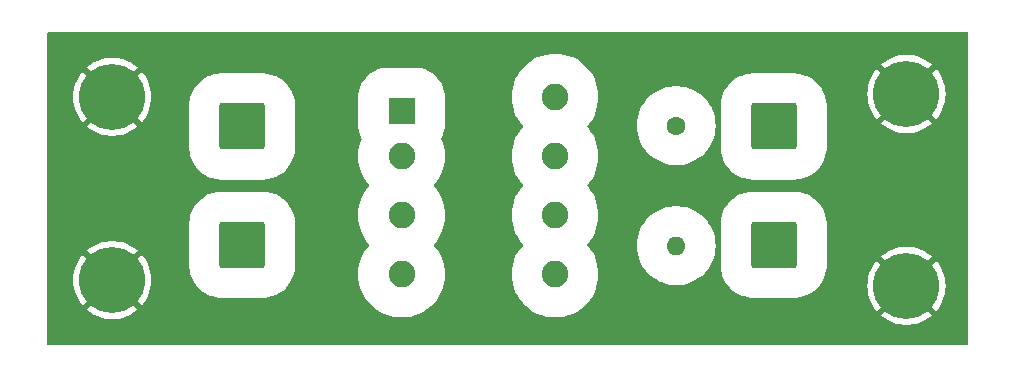
<source format=gbr>
%TF.GenerationSoftware,KiCad,Pcbnew,8.0.6*%
%TF.CreationDate,2025-02-04T11:33:45-08:00*%
%TF.ProjectId,Current_Transformer_test_Board,43757272-656e-4745-9f54-72616e73666f,rev?*%
%TF.SameCoordinates,Original*%
%TF.FileFunction,Copper,L1,Top*%
%TF.FilePolarity,Positive*%
%FSLAX46Y46*%
G04 Gerber Fmt 4.6, Leading zero omitted, Abs format (unit mm)*
G04 Created by KiCad (PCBNEW 8.0.6) date 2025-02-04 11:33:45*
%MOMM*%
%LPD*%
G01*
G04 APERTURE LIST*
G04 Aperture macros list*
%AMRoundRect*
0 Rectangle with rounded corners*
0 $1 Rounding radius*
0 $2 $3 $4 $5 $6 $7 $8 $9 X,Y pos of 4 corners*
0 Add a 4 corners polygon primitive as box body*
4,1,4,$2,$3,$4,$5,$6,$7,$8,$9,$2,$3,0*
0 Add four circle primitives for the rounded corners*
1,1,$1+$1,$2,$3*
1,1,$1+$1,$4,$5*
1,1,$1+$1,$6,$7*
1,1,$1+$1,$8,$9*
0 Add four rect primitives between the rounded corners*
20,1,$1+$1,$2,$3,$4,$5,0*
20,1,$1+$1,$4,$5,$6,$7,0*
20,1,$1+$1,$6,$7,$8,$9,0*
20,1,$1+$1,$8,$9,$2,$3,0*%
G04 Aperture macros list end*
%TA.AperFunction,ComponentPad*%
%ADD10RoundRect,0.250002X-1.699998X-1.699998X1.699998X-1.699998X1.699998X1.699998X-1.699998X1.699998X0*%
%TD*%
%TA.AperFunction,ComponentPad*%
%ADD11C,3.600000*%
%TD*%
%TA.AperFunction,ConnectorPad*%
%ADD12C,5.600000*%
%TD*%
%TA.AperFunction,ComponentPad*%
%ADD13R,2.250000X2.250000*%
%TD*%
%TA.AperFunction,ComponentPad*%
%ADD14C,2.250000*%
%TD*%
%TA.AperFunction,ComponentPad*%
%ADD15C,1.600000*%
%TD*%
%TA.AperFunction,ComponentPad*%
%ADD16O,1.600000X1.600000*%
%TD*%
G04 APERTURE END LIST*
D10*
%TO.P,J2,1,Pin_1*%
%TO.N,Net-(J2-Pin_1)*%
X70000000Y-50000000D03*
%TD*%
D11*
%TO.P,H1,1,1*%
%TO.N,GND*%
X59000000Y-37500000D03*
D12*
X59000000Y-37500000D03*
%TD*%
D11*
%TO.P,H2,1,1*%
%TO.N,GND*%
X126250000Y-37250000D03*
D12*
X126250000Y-37250000D03*
%TD*%
D11*
%TO.P,H4,1,1*%
%TO.N,GND*%
X126250000Y-53500000D03*
D12*
X126250000Y-53500000D03*
%TD*%
D10*
%TO.P,J3,1,Pin_1*%
%TO.N,Net-(J3-Pin_1)*%
X115000000Y-40000000D03*
%TD*%
%TO.P,J1,1,Pin_1*%
%TO.N,Net-(J1-Pin_1)*%
X70000000Y-40000000D03*
%TD*%
D13*
%TO.P,T1,1*%
%TO.N,N/C*%
X83500000Y-38690000D03*
D14*
%TO.P,T1,2*%
%TO.N,Net-(J1-Pin_1)*%
X83500000Y-42500000D03*
%TO.P,T1,3*%
%TO.N,Net-(J2-Pin_1)*%
X83500000Y-47500000D03*
%TO.P,T1,4*%
%TO.N,N/C*%
X83500000Y-52500000D03*
%TO.P,T1,5*%
%TO.N,Net-(J4-Pin_1)*%
X96500000Y-52500000D03*
%TO.P,T1,6*%
%TO.N,N/C*%
X96500000Y-47500000D03*
%TO.P,T1,7*%
X96500000Y-42500000D03*
%TO.P,T1,8*%
%TO.N,Net-(J3-Pin_1)*%
X96500000Y-37500000D03*
%TD*%
D11*
%TO.P,H3,1,1*%
%TO.N,GND*%
X59000000Y-53000000D03*
D12*
X59000000Y-53000000D03*
%TD*%
D15*
%TO.P,R1,1*%
%TO.N,Net-(J3-Pin_1)*%
X106750000Y-39920000D03*
D16*
%TO.P,R1,2*%
%TO.N,Net-(J4-Pin_1)*%
X106750000Y-50080000D03*
%TD*%
D10*
%TO.P,J4,1,Pin_1*%
%TO.N,Net-(J4-Pin_1)*%
X115000000Y-50000000D03*
%TD*%
%TA.AperFunction,Conductor*%
%TO.N,GND*%
G36*
X131442539Y-32020185D02*
G01*
X131488294Y-32072989D01*
X131499500Y-32124500D01*
X131499500Y-58375500D01*
X131479815Y-58442539D01*
X131427011Y-58488294D01*
X131375500Y-58499500D01*
X53624500Y-58499500D01*
X53557461Y-58479815D01*
X53511706Y-58427011D01*
X53500500Y-58375500D01*
X53500500Y-52999997D01*
X55695153Y-52999997D01*
X55695153Y-53000002D01*
X55714526Y-53357314D01*
X55714527Y-53357331D01*
X55772415Y-53710431D01*
X55772421Y-53710457D01*
X55868147Y-54055232D01*
X55868149Y-54055239D01*
X56000597Y-54387659D01*
X56000606Y-54387677D01*
X56168218Y-54703827D01*
X56369024Y-54999994D01*
X56369035Y-55000008D01*
X56496441Y-55150002D01*
X56496442Y-55150002D01*
X57705747Y-53940697D01*
X57779588Y-54042330D01*
X57957670Y-54220412D01*
X58059300Y-54294251D01*
X56847257Y-55506294D01*
X56860495Y-55518836D01*
X57145367Y-55735388D01*
X57145370Y-55735390D01*
X57451990Y-55919876D01*
X57776739Y-56070122D01*
X57776744Y-56070123D01*
X58115855Y-56184383D01*
X58465339Y-56261311D01*
X58821075Y-56299999D01*
X58821085Y-56300000D01*
X59178915Y-56300000D01*
X59178924Y-56299999D01*
X59534660Y-56261311D01*
X59884144Y-56184383D01*
X60223255Y-56070123D01*
X60223260Y-56070122D01*
X60548009Y-55919876D01*
X60854629Y-55735390D01*
X60854632Y-55735388D01*
X61139509Y-55518831D01*
X61152742Y-55506295D01*
X61152742Y-55506294D01*
X59940699Y-54294251D01*
X60042330Y-54220412D01*
X60220412Y-54042330D01*
X60294251Y-53940698D01*
X61503556Y-55150002D01*
X61630972Y-54999998D01*
X61630975Y-54999994D01*
X61831781Y-54703827D01*
X61999393Y-54387677D01*
X61999402Y-54387659D01*
X62131850Y-54055239D01*
X62131852Y-54055232D01*
X62227578Y-53710457D01*
X62227584Y-53710431D01*
X62285472Y-53357331D01*
X62285473Y-53357314D01*
X62304847Y-53000002D01*
X62304847Y-52999997D01*
X62285473Y-52642685D01*
X62285472Y-52642668D01*
X62227584Y-52289568D01*
X62227578Y-52289542D01*
X62131852Y-51944767D01*
X62131850Y-51944760D01*
X61999402Y-51612340D01*
X61999393Y-51612322D01*
X61831781Y-51296172D01*
X61630975Y-51000005D01*
X61630964Y-50999991D01*
X61503556Y-50849996D01*
X60294251Y-52059301D01*
X60220412Y-51957670D01*
X60042330Y-51779588D01*
X59940698Y-51705748D01*
X61152742Y-50493704D01*
X61139504Y-50481163D01*
X60854632Y-50264611D01*
X60854629Y-50264609D01*
X60548009Y-50080123D01*
X60223260Y-49929877D01*
X60223255Y-49929876D01*
X59884144Y-49815616D01*
X59534660Y-49738688D01*
X59178924Y-49700000D01*
X58821075Y-49700000D01*
X58465339Y-49738688D01*
X58115855Y-49815616D01*
X57776744Y-49929876D01*
X57776739Y-49929877D01*
X57451990Y-50080123D01*
X57145370Y-50264609D01*
X57145367Y-50264611D01*
X56860486Y-50481170D01*
X56860485Y-50481171D01*
X56847257Y-50493702D01*
X56847256Y-50493703D01*
X58059301Y-51705748D01*
X57957670Y-51779588D01*
X57779588Y-51957670D01*
X57705748Y-52059301D01*
X56496442Y-50849995D01*
X56496441Y-50849996D01*
X56369033Y-50999992D01*
X56168218Y-51296172D01*
X56000606Y-51612322D01*
X56000597Y-51612340D01*
X55868149Y-51944760D01*
X55868147Y-51944767D01*
X55772421Y-52289542D01*
X55772415Y-52289568D01*
X55714527Y-52642668D01*
X55714526Y-52642685D01*
X55695153Y-52999997D01*
X53500500Y-52999997D01*
X53500500Y-48131208D01*
X65509500Y-48131208D01*
X65509500Y-51868792D01*
X65550192Y-52203919D01*
X65593748Y-52380634D01*
X65630983Y-52531703D01*
X65668165Y-52629741D01*
X65750693Y-52847349D01*
X65750695Y-52847353D01*
X65750696Y-52847355D01*
X65750696Y-52847356D01*
X65907577Y-53146267D01*
X65907582Y-53146275D01*
X66099347Y-53424096D01*
X66099352Y-53424102D01*
X66323211Y-53676786D01*
X66323213Y-53676788D01*
X66575897Y-53900647D01*
X66575903Y-53900652D01*
X66709609Y-53992942D01*
X66853731Y-54092422D01*
X67152651Y-54249307D01*
X67388052Y-54338583D01*
X67468296Y-54369016D01*
X67468298Y-54369016D01*
X67468302Y-54369018D01*
X67796081Y-54449808D01*
X68076428Y-54483848D01*
X68131206Y-54490500D01*
X68131208Y-54490500D01*
X71868794Y-54490500D01*
X71919433Y-54484351D01*
X72203919Y-54449808D01*
X72531698Y-54369018D01*
X72847349Y-54249307D01*
X73146269Y-54092422D01*
X73424099Y-53900650D01*
X73676787Y-53676787D01*
X73900650Y-53424099D01*
X74092422Y-53146269D01*
X74249307Y-52847349D01*
X74369018Y-52531698D01*
X74449808Y-52203919D01*
X74490500Y-51868792D01*
X74490500Y-48131208D01*
X74449808Y-47796081D01*
X74369018Y-47468302D01*
X74249307Y-47152651D01*
X74092422Y-46853731D01*
X74011748Y-46736854D01*
X73900652Y-46575903D01*
X73900647Y-46575897D01*
X73676788Y-46323213D01*
X73676786Y-46323211D01*
X73424102Y-46099352D01*
X73424096Y-46099347D01*
X73146275Y-45907582D01*
X73146267Y-45907577D01*
X72847356Y-45750696D01*
X72847351Y-45750694D01*
X72847349Y-45750693D01*
X72759577Y-45717405D01*
X72531703Y-45630983D01*
X72453321Y-45611663D01*
X72203919Y-45550192D01*
X72002842Y-45525776D01*
X71868794Y-45509500D01*
X71868792Y-45509500D01*
X68131208Y-45509500D01*
X68131206Y-45509500D01*
X67963644Y-45529846D01*
X67796081Y-45550192D01*
X67629812Y-45591173D01*
X67468296Y-45630983D01*
X67219882Y-45725195D01*
X67152651Y-45750693D01*
X67152648Y-45750694D01*
X67152644Y-45750696D01*
X67152643Y-45750696D01*
X66853732Y-45907577D01*
X66853724Y-45907582D01*
X66575903Y-46099347D01*
X66575897Y-46099352D01*
X66323213Y-46323211D01*
X66323211Y-46323213D01*
X66099352Y-46575897D01*
X66099347Y-46575903D01*
X65907582Y-46853724D01*
X65907577Y-46853732D01*
X65750696Y-47152643D01*
X65750696Y-47152644D01*
X65630983Y-47468296D01*
X65630982Y-47468302D01*
X65550192Y-47796081D01*
X65509500Y-48131208D01*
X53500500Y-48131208D01*
X53500500Y-37499997D01*
X55695153Y-37499997D01*
X55695153Y-37500002D01*
X55714526Y-37857314D01*
X55714527Y-37857331D01*
X55772415Y-38210431D01*
X55772421Y-38210457D01*
X55868147Y-38555232D01*
X55868149Y-38555239D01*
X56000597Y-38887659D01*
X56000606Y-38887677D01*
X56168218Y-39203827D01*
X56369024Y-39499994D01*
X56369035Y-39500008D01*
X56496441Y-39650002D01*
X56496442Y-39650002D01*
X57705747Y-38440697D01*
X57779588Y-38542330D01*
X57957670Y-38720412D01*
X58059300Y-38794251D01*
X56847257Y-40006294D01*
X56860495Y-40018836D01*
X57145367Y-40235388D01*
X57145370Y-40235390D01*
X57451990Y-40419876D01*
X57776739Y-40570122D01*
X57776744Y-40570123D01*
X58115855Y-40684383D01*
X58465339Y-40761311D01*
X58821075Y-40799999D01*
X58821085Y-40800000D01*
X59178915Y-40800000D01*
X59178924Y-40799999D01*
X59534660Y-40761311D01*
X59884144Y-40684383D01*
X60223255Y-40570123D01*
X60223260Y-40570122D01*
X60548009Y-40419876D01*
X60854629Y-40235390D01*
X60854632Y-40235388D01*
X61139509Y-40018831D01*
X61152742Y-40006295D01*
X61152742Y-40006294D01*
X59940699Y-38794251D01*
X60042330Y-38720412D01*
X60220412Y-38542330D01*
X60294251Y-38440698D01*
X61503556Y-39650002D01*
X61630972Y-39499998D01*
X61630975Y-39499994D01*
X61831781Y-39203827D01*
X61999393Y-38887677D01*
X61999402Y-38887659D01*
X62131850Y-38555239D01*
X62131852Y-38555232D01*
X62227578Y-38210457D01*
X62227584Y-38210431D01*
X62240572Y-38131208D01*
X65509500Y-38131208D01*
X65509500Y-41868792D01*
X65550192Y-42203919D01*
X65611663Y-42453321D01*
X65630983Y-42531703D01*
X65690622Y-42688956D01*
X65750693Y-42847349D01*
X65750695Y-42847353D01*
X65750696Y-42847355D01*
X65750696Y-42847356D01*
X65907577Y-43146267D01*
X65907582Y-43146275D01*
X66099347Y-43424096D01*
X66099352Y-43424102D01*
X66323211Y-43676786D01*
X66323213Y-43676788D01*
X66575897Y-43900647D01*
X66575903Y-43900652D01*
X66709609Y-43992942D01*
X66853731Y-44092422D01*
X67152651Y-44249307D01*
X67398247Y-44342449D01*
X67468296Y-44369016D01*
X67468298Y-44369016D01*
X67468302Y-44369018D01*
X67796081Y-44449808D01*
X68076428Y-44483848D01*
X68131206Y-44490500D01*
X68131208Y-44490500D01*
X71868794Y-44490500D01*
X71919433Y-44484351D01*
X72203919Y-44449808D01*
X72531698Y-44369018D01*
X72847349Y-44249307D01*
X73146269Y-44092422D01*
X73424099Y-43900650D01*
X73676787Y-43676787D01*
X73900650Y-43424099D01*
X74092422Y-43146269D01*
X74249307Y-42847349D01*
X74369018Y-42531698D01*
X74376831Y-42499999D01*
X79829470Y-42499999D01*
X79829470Y-42500000D01*
X79849578Y-42883676D01*
X79909679Y-43263140D01*
X79909679Y-43263142D01*
X80009121Y-43634263D01*
X80146805Y-43992942D01*
X80321230Y-44335269D01*
X80530477Y-44657481D01*
X80744651Y-44921964D01*
X80771543Y-44986452D01*
X80759301Y-45055241D01*
X80744651Y-45078036D01*
X80530477Y-45342518D01*
X80321230Y-45664730D01*
X80146805Y-46007057D01*
X80009121Y-46365736D01*
X79909679Y-46736857D01*
X79909679Y-46736859D01*
X79849578Y-47116323D01*
X79829470Y-47499999D01*
X79829470Y-47500000D01*
X79849578Y-47883676D01*
X79909679Y-48263140D01*
X79909679Y-48263142D01*
X80009121Y-48634263D01*
X80146805Y-48992942D01*
X80321230Y-49335269D01*
X80530477Y-49657481D01*
X80744651Y-49921964D01*
X80771543Y-49986452D01*
X80759301Y-50055241D01*
X80744651Y-50078036D01*
X80530477Y-50342518D01*
X80321230Y-50664730D01*
X80146805Y-51007057D01*
X80009121Y-51365736D01*
X79909679Y-51736857D01*
X79909679Y-51736859D01*
X79849578Y-52116323D01*
X79829470Y-52499999D01*
X79829470Y-52500000D01*
X79849578Y-52883676D01*
X79909679Y-53263140D01*
X79909679Y-53263142D01*
X80009121Y-53634263D01*
X80146805Y-53992942D01*
X80321230Y-54335269D01*
X80530477Y-54657481D01*
X80581438Y-54720412D01*
X80772265Y-54956064D01*
X81043936Y-55227735D01*
X81043940Y-55227738D01*
X81342518Y-55469522D01*
X81418455Y-55518836D01*
X81664735Y-55678772D01*
X82007061Y-55853196D01*
X82365744Y-55990881D01*
X82736854Y-56090320D01*
X83116325Y-56150422D01*
X83478778Y-56169417D01*
X83499999Y-56170530D01*
X83500000Y-56170530D01*
X83500001Y-56170530D01*
X83520109Y-56169476D01*
X83883675Y-56150422D01*
X84263146Y-56090320D01*
X84634256Y-55990881D01*
X84992939Y-55853196D01*
X85335265Y-55678772D01*
X85657483Y-55469521D01*
X85956064Y-55227735D01*
X86227735Y-54956064D01*
X86469521Y-54657483D01*
X86678772Y-54335265D01*
X86853196Y-53992939D01*
X86990881Y-53634256D01*
X87090320Y-53263146D01*
X87150422Y-52883675D01*
X87170530Y-52500000D01*
X87150422Y-52116325D01*
X87090320Y-51736854D01*
X86990881Y-51365744D01*
X86853196Y-51007061D01*
X86678772Y-50664735D01*
X86678769Y-50664730D01*
X86469522Y-50342518D01*
X86354113Y-50200000D01*
X86255347Y-50078034D01*
X86228456Y-50013549D01*
X86240698Y-49944760D01*
X86255345Y-49921967D01*
X86469521Y-49657483D01*
X86678772Y-49335265D01*
X86853196Y-48992939D01*
X86990881Y-48634256D01*
X87090320Y-48263146D01*
X87150422Y-47883675D01*
X87170530Y-47500000D01*
X87150422Y-47116325D01*
X87090320Y-46736854D01*
X86990881Y-46365744D01*
X86853196Y-46007061D01*
X86678772Y-45664735D01*
X86469521Y-45342517D01*
X86255347Y-45078034D01*
X86228456Y-45013549D01*
X86240698Y-44944760D01*
X86255345Y-44921967D01*
X86469521Y-44657483D01*
X86678772Y-44335265D01*
X86853196Y-43992939D01*
X86990881Y-43634256D01*
X87090320Y-43263146D01*
X87150422Y-42883675D01*
X87170530Y-42500000D01*
X87150422Y-42116325D01*
X87090320Y-41736854D01*
X86990881Y-41365744D01*
X86881897Y-41081832D01*
X86876250Y-41012192D01*
X86890935Y-40974266D01*
X86893073Y-40970652D01*
X86893078Y-40970643D01*
X87020034Y-40677265D01*
X87109219Y-40370289D01*
X87109220Y-40370286D01*
X87159226Y-40054557D01*
X87159226Y-40054552D01*
X87165500Y-39921518D01*
X87165500Y-37499999D01*
X92829470Y-37499999D01*
X92829470Y-37500000D01*
X92849578Y-37883676D01*
X92861735Y-37960431D01*
X92909680Y-38263146D01*
X92984487Y-38542330D01*
X93009121Y-38634263D01*
X93146805Y-38992942D01*
X93321230Y-39335269D01*
X93530477Y-39657481D01*
X93744651Y-39921964D01*
X93771543Y-39986452D01*
X93759301Y-40055241D01*
X93744651Y-40078036D01*
X93530477Y-40342518D01*
X93321230Y-40664730D01*
X93146805Y-41007057D01*
X93009121Y-41365736D01*
X92909679Y-41736857D01*
X92909679Y-41736859D01*
X92849578Y-42116323D01*
X92829470Y-42499999D01*
X92829470Y-42500000D01*
X92849578Y-42883676D01*
X92909679Y-43263140D01*
X92909679Y-43263142D01*
X93009121Y-43634263D01*
X93146805Y-43992942D01*
X93321230Y-44335269D01*
X93530477Y-44657481D01*
X93744651Y-44921964D01*
X93771543Y-44986452D01*
X93759301Y-45055241D01*
X93744651Y-45078036D01*
X93530477Y-45342518D01*
X93321230Y-45664730D01*
X93146805Y-46007057D01*
X93009121Y-46365736D01*
X92909679Y-46736857D01*
X92909679Y-46736859D01*
X92849578Y-47116323D01*
X92829470Y-47499999D01*
X92829470Y-47500000D01*
X92849578Y-47883676D01*
X92909679Y-48263140D01*
X92909679Y-48263142D01*
X93009121Y-48634263D01*
X93146805Y-48992942D01*
X93321230Y-49335269D01*
X93530477Y-49657481D01*
X93744651Y-49921964D01*
X93771543Y-49986452D01*
X93759301Y-50055241D01*
X93744651Y-50078036D01*
X93530477Y-50342518D01*
X93321230Y-50664730D01*
X93146805Y-51007057D01*
X93009121Y-51365736D01*
X92909679Y-51736857D01*
X92909679Y-51736859D01*
X92849578Y-52116323D01*
X92829470Y-52499999D01*
X92829470Y-52500000D01*
X92849578Y-52883676D01*
X92909679Y-53263140D01*
X92909679Y-53263142D01*
X93009121Y-53634263D01*
X93146805Y-53992942D01*
X93321230Y-54335269D01*
X93530477Y-54657481D01*
X93581438Y-54720412D01*
X93772265Y-54956064D01*
X94043936Y-55227735D01*
X94043940Y-55227738D01*
X94342518Y-55469522D01*
X94418455Y-55518836D01*
X94664735Y-55678772D01*
X95007061Y-55853196D01*
X95365744Y-55990881D01*
X95736854Y-56090320D01*
X96116325Y-56150422D01*
X96478778Y-56169417D01*
X96499999Y-56170530D01*
X96500000Y-56170530D01*
X96500001Y-56170530D01*
X96520109Y-56169476D01*
X96883675Y-56150422D01*
X97263146Y-56090320D01*
X97634256Y-55990881D01*
X97992939Y-55853196D01*
X98335265Y-55678772D01*
X98657483Y-55469521D01*
X98956064Y-55227735D01*
X99227735Y-54956064D01*
X99469521Y-54657483D01*
X99678772Y-54335265D01*
X99853196Y-53992939D01*
X99990881Y-53634256D01*
X100090320Y-53263146D01*
X100150422Y-52883675D01*
X100170530Y-52500000D01*
X100150422Y-52116325D01*
X100090320Y-51736854D01*
X99990881Y-51365744D01*
X99853196Y-51007061D01*
X99678772Y-50664735D01*
X99678769Y-50664730D01*
X99469522Y-50342518D01*
X99354113Y-50200000D01*
X99256937Y-50079997D01*
X103404594Y-50079997D01*
X103404594Y-50080002D01*
X103424205Y-50441699D01*
X103424206Y-50441716D01*
X103482805Y-50799150D01*
X103482811Y-50799176D01*
X103579711Y-51148182D01*
X103579713Y-51148189D01*
X103713787Y-51484690D01*
X103713796Y-51484708D01*
X103781453Y-51612322D01*
X103847478Y-51736859D01*
X103883468Y-51804742D01*
X103883469Y-51804745D01*
X104086743Y-52104551D01*
X104086751Y-52104561D01*
X104321242Y-52380625D01*
X104321250Y-52380634D01*
X104584230Y-52629742D01*
X104872601Y-52848956D01*
X105182984Y-53035706D01*
X105182989Y-53035708D01*
X105182992Y-53035710D01*
X105422344Y-53146446D01*
X105511738Y-53187804D01*
X105855009Y-53303466D01*
X106208774Y-53381335D01*
X106568883Y-53420500D01*
X106568888Y-53420500D01*
X106931112Y-53420500D01*
X106931117Y-53420500D01*
X107291226Y-53381335D01*
X107644991Y-53303466D01*
X107988262Y-53187804D01*
X108317016Y-53035706D01*
X108627399Y-52848956D01*
X108915770Y-52629742D01*
X109178750Y-52380634D01*
X109413255Y-52104553D01*
X109512844Y-51957670D01*
X109616530Y-51804745D01*
X109616530Y-51804743D01*
X109616535Y-51804737D01*
X109786208Y-51484700D01*
X109920285Y-51148193D01*
X110017192Y-50799163D01*
X110067270Y-50493702D01*
X110075793Y-50441716D01*
X110075793Y-50441713D01*
X110075795Y-50441702D01*
X110095406Y-50080000D01*
X110075795Y-49718298D01*
X110072795Y-49700000D01*
X110017194Y-49360849D01*
X110017193Y-49360848D01*
X110017192Y-49360837D01*
X109920285Y-49011807D01*
X109786208Y-48675300D01*
X109616535Y-48355263D01*
X109616531Y-48355257D01*
X109616530Y-48355254D01*
X109464623Y-48131208D01*
X110509500Y-48131208D01*
X110509500Y-51868792D01*
X110550192Y-52203919D01*
X110593748Y-52380634D01*
X110630983Y-52531703D01*
X110668165Y-52629741D01*
X110750693Y-52847349D01*
X110750695Y-52847353D01*
X110750696Y-52847355D01*
X110750696Y-52847356D01*
X110907577Y-53146267D01*
X110907582Y-53146275D01*
X111099347Y-53424096D01*
X111099352Y-53424102D01*
X111323211Y-53676786D01*
X111323213Y-53676788D01*
X111575897Y-53900647D01*
X111575903Y-53900652D01*
X111709609Y-53992942D01*
X111853731Y-54092422D01*
X112152651Y-54249307D01*
X112388052Y-54338583D01*
X112468296Y-54369016D01*
X112468298Y-54369016D01*
X112468302Y-54369018D01*
X112796081Y-54449808D01*
X113076428Y-54483848D01*
X113131206Y-54490500D01*
X113131208Y-54490500D01*
X116868794Y-54490500D01*
X116919433Y-54484351D01*
X117203919Y-54449808D01*
X117531698Y-54369018D01*
X117847349Y-54249307D01*
X118146269Y-54092422D01*
X118424099Y-53900650D01*
X118676787Y-53676787D01*
X118833410Y-53499997D01*
X122945153Y-53499997D01*
X122945153Y-53500002D01*
X122964526Y-53857314D01*
X122964527Y-53857331D01*
X123022415Y-54210431D01*
X123022421Y-54210457D01*
X123118147Y-54555232D01*
X123118149Y-54555239D01*
X123250597Y-54887659D01*
X123250606Y-54887677D01*
X123418218Y-55203827D01*
X123619024Y-55499994D01*
X123619035Y-55500008D01*
X123746441Y-55650002D01*
X123746442Y-55650002D01*
X124955747Y-54440697D01*
X125029588Y-54542330D01*
X125207670Y-54720412D01*
X125309300Y-54794251D01*
X124097257Y-56006294D01*
X124110495Y-56018836D01*
X124395367Y-56235388D01*
X124395370Y-56235390D01*
X124701990Y-56419876D01*
X125026739Y-56570122D01*
X125026744Y-56570123D01*
X125365855Y-56684383D01*
X125715339Y-56761311D01*
X126071075Y-56799999D01*
X126071085Y-56800000D01*
X126428915Y-56800000D01*
X126428924Y-56799999D01*
X126784660Y-56761311D01*
X127134144Y-56684383D01*
X127473255Y-56570123D01*
X127473260Y-56570122D01*
X127798009Y-56419876D01*
X128104629Y-56235390D01*
X128104632Y-56235388D01*
X128389509Y-56018831D01*
X128402742Y-56006295D01*
X128402742Y-56006294D01*
X127190699Y-54794251D01*
X127292330Y-54720412D01*
X127470412Y-54542330D01*
X127544251Y-54440698D01*
X128753556Y-55650002D01*
X128880972Y-55499998D01*
X128880975Y-55499994D01*
X129081781Y-55203827D01*
X129249393Y-54887677D01*
X129249402Y-54887659D01*
X129381850Y-54555239D01*
X129381852Y-54555232D01*
X129477578Y-54210457D01*
X129477584Y-54210431D01*
X129535472Y-53857331D01*
X129535473Y-53857314D01*
X129554847Y-53500002D01*
X129554847Y-53499997D01*
X129535473Y-53142685D01*
X129535472Y-53142668D01*
X129477584Y-52789568D01*
X129477578Y-52789542D01*
X129381852Y-52444767D01*
X129381850Y-52444760D01*
X129249402Y-52112340D01*
X129249393Y-52112322D01*
X129081781Y-51796172D01*
X128880975Y-51500005D01*
X128880964Y-51499991D01*
X128753556Y-51349996D01*
X127544251Y-52559301D01*
X127470412Y-52457670D01*
X127292330Y-52279588D01*
X127190698Y-52205748D01*
X128402742Y-50993704D01*
X128389504Y-50981163D01*
X128104632Y-50764611D01*
X128104629Y-50764609D01*
X127798009Y-50580123D01*
X127473260Y-50429877D01*
X127473255Y-50429876D01*
X127134144Y-50315616D01*
X126784660Y-50238688D01*
X126428924Y-50200000D01*
X126071075Y-50200000D01*
X125715339Y-50238688D01*
X125365855Y-50315616D01*
X125026744Y-50429876D01*
X125026739Y-50429877D01*
X124701990Y-50580123D01*
X124395370Y-50764609D01*
X124395367Y-50764611D01*
X124110486Y-50981170D01*
X124110485Y-50981171D01*
X124097257Y-50993702D01*
X124097256Y-50993703D01*
X125309301Y-52205748D01*
X125207670Y-52279588D01*
X125029588Y-52457670D01*
X124955748Y-52559301D01*
X123746442Y-51349995D01*
X123746441Y-51349996D01*
X123619033Y-51499992D01*
X123418218Y-51796172D01*
X123250606Y-52112322D01*
X123250597Y-52112340D01*
X123118149Y-52444760D01*
X123118147Y-52444767D01*
X123022421Y-52789542D01*
X123022415Y-52789568D01*
X122964527Y-53142668D01*
X122964526Y-53142685D01*
X122945153Y-53499997D01*
X118833410Y-53499997D01*
X118900650Y-53424099D01*
X119092422Y-53146269D01*
X119249307Y-52847349D01*
X119369018Y-52531698D01*
X119449808Y-52203919D01*
X119490500Y-51868792D01*
X119490500Y-48131208D01*
X119449808Y-47796081D01*
X119369018Y-47468302D01*
X119249307Y-47152651D01*
X119092422Y-46853731D01*
X119011748Y-46736854D01*
X118900652Y-46575903D01*
X118900647Y-46575897D01*
X118676788Y-46323213D01*
X118676786Y-46323211D01*
X118424102Y-46099352D01*
X118424096Y-46099347D01*
X118146275Y-45907582D01*
X118146267Y-45907577D01*
X117847356Y-45750696D01*
X117847351Y-45750694D01*
X117847349Y-45750693D01*
X117759577Y-45717405D01*
X117531703Y-45630983D01*
X117453321Y-45611663D01*
X117203919Y-45550192D01*
X117002842Y-45525776D01*
X116868794Y-45509500D01*
X116868792Y-45509500D01*
X113131208Y-45509500D01*
X113131206Y-45509500D01*
X112963644Y-45529846D01*
X112796081Y-45550192D01*
X112629812Y-45591173D01*
X112468296Y-45630983D01*
X112219882Y-45725195D01*
X112152651Y-45750693D01*
X112152648Y-45750694D01*
X112152644Y-45750696D01*
X112152643Y-45750696D01*
X111853732Y-45907577D01*
X111853724Y-45907582D01*
X111575903Y-46099347D01*
X111575897Y-46099352D01*
X111323213Y-46323211D01*
X111323211Y-46323213D01*
X111099352Y-46575897D01*
X111099347Y-46575903D01*
X110907582Y-46853724D01*
X110907577Y-46853732D01*
X110750696Y-47152643D01*
X110750696Y-47152644D01*
X110630983Y-47468296D01*
X110630982Y-47468302D01*
X110550192Y-47796081D01*
X110509500Y-48131208D01*
X109464623Y-48131208D01*
X109413256Y-48055448D01*
X109413248Y-48055438D01*
X109178757Y-47779374D01*
X109178752Y-47779368D01*
X109178750Y-47779366D01*
X108915770Y-47530258D01*
X108915763Y-47530252D01*
X108915760Y-47530250D01*
X108819999Y-47457455D01*
X108627399Y-47311044D01*
X108317016Y-47124294D01*
X108317013Y-47124292D01*
X108317007Y-47124289D01*
X107988272Y-46972200D01*
X107988267Y-46972198D01*
X107988262Y-46972196D01*
X107820938Y-46915817D01*
X107644990Y-46856533D01*
X107291224Y-46778664D01*
X106931118Y-46739500D01*
X106931117Y-46739500D01*
X106568883Y-46739500D01*
X106568881Y-46739500D01*
X106208775Y-46778664D01*
X105855009Y-46856533D01*
X105589650Y-46945944D01*
X105511738Y-46972196D01*
X105511735Y-46972197D01*
X105511727Y-46972200D01*
X105182992Y-47124289D01*
X104872608Y-47311039D01*
X104872605Y-47311041D01*
X104584239Y-47530250D01*
X104584230Y-47530258D01*
X104321247Y-47779368D01*
X104321242Y-47779374D01*
X104086751Y-48055438D01*
X104086743Y-48055448D01*
X103883469Y-48355254D01*
X103883468Y-48355257D01*
X103713796Y-48675291D01*
X103713787Y-48675309D01*
X103579713Y-49011810D01*
X103579711Y-49011817D01*
X103482811Y-49360823D01*
X103482805Y-49360849D01*
X103424206Y-49718283D01*
X103424205Y-49718296D01*
X103424205Y-49718298D01*
X103418929Y-49815616D01*
X103404594Y-50079997D01*
X99256937Y-50079997D01*
X99255347Y-50078034D01*
X99228456Y-50013549D01*
X99240698Y-49944760D01*
X99255345Y-49921967D01*
X99469521Y-49657483D01*
X99678772Y-49335265D01*
X99853196Y-48992939D01*
X99990881Y-48634256D01*
X100090320Y-48263146D01*
X100150422Y-47883675D01*
X100170530Y-47500000D01*
X100150422Y-47116325D01*
X100090320Y-46736854D01*
X99990881Y-46365744D01*
X99853196Y-46007061D01*
X99678772Y-45664735D01*
X99469521Y-45342517D01*
X99255347Y-45078034D01*
X99228456Y-45013549D01*
X99240698Y-44944760D01*
X99255345Y-44921967D01*
X99469521Y-44657483D01*
X99678772Y-44335265D01*
X99853196Y-43992939D01*
X99990881Y-43634256D01*
X100090320Y-43263146D01*
X100150422Y-42883675D01*
X100170530Y-42500000D01*
X100150422Y-42116325D01*
X100090320Y-41736854D01*
X99990881Y-41365744D01*
X99853196Y-41007061D01*
X99678772Y-40664735D01*
X99662174Y-40639176D01*
X99469522Y-40342518D01*
X99329719Y-40169876D01*
X99255347Y-40078034D01*
X99228456Y-40013549D01*
X99240698Y-39944760D01*
X99255345Y-39921967D01*
X99256940Y-39919997D01*
X103404594Y-39919997D01*
X103404594Y-39920002D01*
X103424205Y-40281699D01*
X103424206Y-40281716D01*
X103482805Y-40639150D01*
X103482811Y-40639176D01*
X103579711Y-40988182D01*
X103579713Y-40988189D01*
X103713787Y-41324690D01*
X103713796Y-41324708D01*
X103883468Y-41644742D01*
X103883469Y-41644745D01*
X104086743Y-41944551D01*
X104086751Y-41944561D01*
X104307052Y-42203919D01*
X104321250Y-42220634D01*
X104584230Y-42469742D01*
X104872601Y-42688956D01*
X105182984Y-42875706D01*
X105182989Y-42875708D01*
X105182992Y-42875710D01*
X105511727Y-43027799D01*
X105511738Y-43027804D01*
X105855009Y-43143466D01*
X106208774Y-43221335D01*
X106568883Y-43260500D01*
X106568888Y-43260500D01*
X106931112Y-43260500D01*
X106931117Y-43260500D01*
X107291226Y-43221335D01*
X107644991Y-43143466D01*
X107988262Y-43027804D01*
X108317016Y-42875706D01*
X108627399Y-42688956D01*
X108915770Y-42469742D01*
X109178750Y-42220634D01*
X109413255Y-41944553D01*
X109616535Y-41644737D01*
X109786208Y-41324700D01*
X109920285Y-40988193D01*
X110017192Y-40639163D01*
X110050764Y-40434383D01*
X110075793Y-40281716D01*
X110075793Y-40281713D01*
X110075795Y-40281702D01*
X110095406Y-39920000D01*
X110075795Y-39558298D01*
X110066237Y-39499998D01*
X110017194Y-39200849D01*
X110017193Y-39200848D01*
X110017192Y-39200837D01*
X109920285Y-38851807D01*
X109834968Y-38637677D01*
X109786212Y-38515309D01*
X109786203Y-38515291D01*
X109762410Y-38470412D01*
X109616535Y-38195263D01*
X109616531Y-38195257D01*
X109616530Y-38195254D01*
X109573106Y-38131208D01*
X110509500Y-38131208D01*
X110509500Y-41868792D01*
X110550192Y-42203919D01*
X110611663Y-42453321D01*
X110630983Y-42531703D01*
X110690622Y-42688956D01*
X110750693Y-42847349D01*
X110750695Y-42847353D01*
X110750696Y-42847355D01*
X110750696Y-42847356D01*
X110907577Y-43146267D01*
X110907582Y-43146275D01*
X111099347Y-43424096D01*
X111099352Y-43424102D01*
X111323211Y-43676786D01*
X111323213Y-43676788D01*
X111575897Y-43900647D01*
X111575903Y-43900652D01*
X111709609Y-43992942D01*
X111853731Y-44092422D01*
X112152651Y-44249307D01*
X112398247Y-44342449D01*
X112468296Y-44369016D01*
X112468298Y-44369016D01*
X112468302Y-44369018D01*
X112796081Y-44449808D01*
X113076428Y-44483848D01*
X113131206Y-44490500D01*
X113131208Y-44490500D01*
X116868794Y-44490500D01*
X116919433Y-44484351D01*
X117203919Y-44449808D01*
X117531698Y-44369018D01*
X117847349Y-44249307D01*
X118146269Y-44092422D01*
X118424099Y-43900650D01*
X118676787Y-43676787D01*
X118900650Y-43424099D01*
X119092422Y-43146269D01*
X119249307Y-42847349D01*
X119369018Y-42531698D01*
X119449808Y-42203919D01*
X119490500Y-41868792D01*
X119490500Y-38131208D01*
X119488433Y-38114187D01*
X119469767Y-37960457D01*
X119449808Y-37796081D01*
X119369018Y-37468302D01*
X119365293Y-37458481D01*
X119333283Y-37374077D01*
X119286226Y-37249997D01*
X122945153Y-37249997D01*
X122945153Y-37250002D01*
X122964526Y-37607314D01*
X122964527Y-37607331D01*
X123022415Y-37960431D01*
X123022421Y-37960457D01*
X123118147Y-38305232D01*
X123118149Y-38305239D01*
X123250597Y-38637659D01*
X123250606Y-38637677D01*
X123418218Y-38953827D01*
X123619024Y-39249994D01*
X123619035Y-39250008D01*
X123746441Y-39400002D01*
X123746442Y-39400002D01*
X124955747Y-38190697D01*
X125029588Y-38292330D01*
X125207670Y-38470412D01*
X125309300Y-38544251D01*
X124097257Y-39756294D01*
X124110495Y-39768836D01*
X124395367Y-39985388D01*
X124395370Y-39985390D01*
X124701990Y-40169876D01*
X125026739Y-40320122D01*
X125026744Y-40320123D01*
X125365855Y-40434383D01*
X125715339Y-40511311D01*
X126071075Y-40549999D01*
X126071085Y-40550000D01*
X126428915Y-40550000D01*
X126428924Y-40549999D01*
X126784660Y-40511311D01*
X127134144Y-40434383D01*
X127473255Y-40320123D01*
X127473260Y-40320122D01*
X127798009Y-40169876D01*
X128104629Y-39985390D01*
X128104632Y-39985388D01*
X128389509Y-39768831D01*
X128402742Y-39756295D01*
X128402742Y-39756294D01*
X127190699Y-38544251D01*
X127292330Y-38470412D01*
X127470412Y-38292330D01*
X127544251Y-38190698D01*
X128753556Y-39400002D01*
X128880972Y-39249998D01*
X128880975Y-39249994D01*
X129081781Y-38953827D01*
X129249393Y-38637677D01*
X129249402Y-38637659D01*
X129381850Y-38305239D01*
X129381852Y-38305232D01*
X129477578Y-37960457D01*
X129477584Y-37960431D01*
X129535472Y-37607331D01*
X129535473Y-37607314D01*
X129554847Y-37250002D01*
X129554847Y-37249997D01*
X129535473Y-36892685D01*
X129535472Y-36892668D01*
X129477584Y-36539568D01*
X129477578Y-36539542D01*
X129381852Y-36194767D01*
X129381850Y-36194760D01*
X129249402Y-35862340D01*
X129249393Y-35862322D01*
X129081781Y-35546172D01*
X128880975Y-35250005D01*
X128880964Y-35249991D01*
X128753556Y-35099996D01*
X127544251Y-36309301D01*
X127470412Y-36207670D01*
X127292330Y-36029588D01*
X127190698Y-35955748D01*
X128402742Y-34743704D01*
X128389504Y-34731163D01*
X128104632Y-34514611D01*
X128104629Y-34514609D01*
X127798009Y-34330123D01*
X127473260Y-34179877D01*
X127473255Y-34179876D01*
X127134144Y-34065616D01*
X126784660Y-33988688D01*
X126428924Y-33950000D01*
X126071075Y-33950000D01*
X125715339Y-33988688D01*
X125365855Y-34065616D01*
X125026744Y-34179876D01*
X125026739Y-34179877D01*
X124701990Y-34330123D01*
X124395370Y-34514609D01*
X124395367Y-34514611D01*
X124110486Y-34731170D01*
X124110485Y-34731171D01*
X124097257Y-34743702D01*
X124097256Y-34743703D01*
X125309301Y-35955748D01*
X125207670Y-36029588D01*
X125029588Y-36207670D01*
X124955748Y-36309301D01*
X123746442Y-35099995D01*
X123746441Y-35099996D01*
X123619033Y-35249992D01*
X123418218Y-35546172D01*
X123250606Y-35862322D01*
X123250597Y-35862340D01*
X123118149Y-36194760D01*
X123118147Y-36194767D01*
X123022421Y-36539542D01*
X123022415Y-36539568D01*
X122964527Y-36892668D01*
X122964526Y-36892685D01*
X122945153Y-37249997D01*
X119286226Y-37249997D01*
X119249307Y-37152651D01*
X119246050Y-37146446D01*
X119206217Y-37070550D01*
X119092422Y-36853731D01*
X118983916Y-36696533D01*
X118900652Y-36575903D01*
X118900647Y-36575897D01*
X118676788Y-36323213D01*
X118676786Y-36323211D01*
X118424102Y-36099352D01*
X118424096Y-36099347D01*
X118146275Y-35907582D01*
X118146267Y-35907577D01*
X117847356Y-35750696D01*
X117847351Y-35750694D01*
X117847349Y-35750693D01*
X117759577Y-35717405D01*
X117531703Y-35630983D01*
X117453321Y-35611663D01*
X117203919Y-35550192D01*
X117002842Y-35525776D01*
X116868794Y-35509500D01*
X116868792Y-35509500D01*
X113131208Y-35509500D01*
X113131206Y-35509500D01*
X112963644Y-35529846D01*
X112796081Y-35550192D01*
X112629812Y-35591173D01*
X112468296Y-35630983D01*
X112219882Y-35725195D01*
X112152651Y-35750693D01*
X112152648Y-35750694D01*
X112152644Y-35750696D01*
X112152643Y-35750696D01*
X111853732Y-35907577D01*
X111853724Y-35907582D01*
X111575903Y-36099347D01*
X111575897Y-36099352D01*
X111323213Y-36323211D01*
X111323211Y-36323213D01*
X111099352Y-36575897D01*
X111099347Y-36575903D01*
X110907582Y-36853724D01*
X110907577Y-36853732D01*
X110750696Y-37152643D01*
X110750696Y-37152644D01*
X110630983Y-37468296D01*
X110593748Y-37619366D01*
X110550192Y-37796081D01*
X110540650Y-37874668D01*
X110511567Y-38114187D01*
X110509500Y-38131208D01*
X109573106Y-38131208D01*
X109413256Y-37895448D01*
X109413248Y-37895438D01*
X109178757Y-37619374D01*
X109178752Y-37619368D01*
X109162056Y-37603553D01*
X108915770Y-37370258D01*
X108915763Y-37370252D01*
X108915760Y-37370250D01*
X108757569Y-37249997D01*
X108627399Y-37151044D01*
X108317016Y-36964294D01*
X108317013Y-36964292D01*
X108317007Y-36964289D01*
X107988272Y-36812200D01*
X107988267Y-36812198D01*
X107988262Y-36812196D01*
X107764665Y-36736857D01*
X107644990Y-36696533D01*
X107291224Y-36618664D01*
X106931118Y-36579500D01*
X106931117Y-36579500D01*
X106568883Y-36579500D01*
X106568881Y-36579500D01*
X106208775Y-36618664D01*
X105855009Y-36696533D01*
X105589650Y-36785944D01*
X105511738Y-36812196D01*
X105511735Y-36812197D01*
X105511727Y-36812200D01*
X105182992Y-36964289D01*
X104872608Y-37151039D01*
X104872605Y-37151041D01*
X104584239Y-37370250D01*
X104584230Y-37370258D01*
X104321247Y-37619368D01*
X104321242Y-37619374D01*
X104086751Y-37895438D01*
X104086743Y-37895448D01*
X103883469Y-38195254D01*
X103883468Y-38195257D01*
X103713796Y-38515291D01*
X103713787Y-38515309D01*
X103579713Y-38851810D01*
X103579711Y-38851817D01*
X103482811Y-39200823D01*
X103482805Y-39200849D01*
X103424206Y-39558283D01*
X103424205Y-39558300D01*
X103404594Y-39919997D01*
X99256940Y-39919997D01*
X99469521Y-39657483D01*
X99678772Y-39335265D01*
X99853196Y-38992939D01*
X99990881Y-38634256D01*
X100090320Y-38263146D01*
X100150422Y-37883675D01*
X100170530Y-37500000D01*
X100150422Y-37116325D01*
X100090320Y-36736854D01*
X99990881Y-36365744D01*
X99853196Y-36007061D01*
X99678772Y-35664735D01*
X99678769Y-35664730D01*
X99469522Y-35342518D01*
X99227738Y-35043940D01*
X99227735Y-35043936D01*
X98956064Y-34772265D01*
X98905307Y-34731163D01*
X98657481Y-34530477D01*
X98335269Y-34321230D01*
X97992942Y-34146805D01*
X97634263Y-34009121D01*
X97634256Y-34009119D01*
X97263146Y-33909680D01*
X97263142Y-33909679D01*
X97263141Y-33909679D01*
X96883676Y-33849578D01*
X96500001Y-33829470D01*
X96499999Y-33829470D01*
X96116323Y-33849578D01*
X95736859Y-33909679D01*
X95736857Y-33909679D01*
X95365736Y-34009121D01*
X95007057Y-34146805D01*
X94664730Y-34321230D01*
X94342518Y-34530477D01*
X94043940Y-34772261D01*
X94043932Y-34772268D01*
X93772268Y-35043932D01*
X93772261Y-35043940D01*
X93530477Y-35342518D01*
X93321230Y-35664730D01*
X93146805Y-36007057D01*
X93009121Y-36365736D01*
X92909679Y-36736857D01*
X92909679Y-36736859D01*
X92849578Y-37116323D01*
X92829470Y-37499999D01*
X87165500Y-37499999D01*
X87165500Y-37458481D01*
X87159226Y-37325447D01*
X87159226Y-37325442D01*
X87109220Y-37009713D01*
X87109218Y-37009705D01*
X87029947Y-36736857D01*
X87020034Y-36702735D01*
X86893078Y-36409357D01*
X86893077Y-36409355D01*
X86893075Y-36409351D01*
X86730351Y-36134201D01*
X86730346Y-36134194D01*
X86534426Y-35881615D01*
X86308384Y-35655573D01*
X86055805Y-35459653D01*
X86055798Y-35459648D01*
X85780648Y-35296924D01*
X85780644Y-35296922D01*
X85487260Y-35169964D01*
X85180294Y-35080781D01*
X85180286Y-35080779D01*
X84864554Y-35030773D01*
X84731518Y-35024500D01*
X84731514Y-35024500D01*
X82268486Y-35024500D01*
X82268482Y-35024500D01*
X82135447Y-35030773D01*
X82135442Y-35030773D01*
X81819713Y-35080779D01*
X81819705Y-35080781D01*
X81512739Y-35169964D01*
X81219355Y-35296922D01*
X81219351Y-35296924D01*
X80944201Y-35459648D01*
X80944194Y-35459653D01*
X80691615Y-35655573D01*
X80691615Y-35655574D01*
X80465574Y-35881615D01*
X80465573Y-35881615D01*
X80269653Y-36134194D01*
X80269648Y-36134201D01*
X80106924Y-36409351D01*
X80106922Y-36409355D01*
X79979964Y-36702739D01*
X79890781Y-37009705D01*
X79890779Y-37009713D01*
X79840773Y-37325442D01*
X79840773Y-37325447D01*
X79834500Y-37458481D01*
X79834500Y-39921518D01*
X79840773Y-40054552D01*
X79840773Y-40054557D01*
X79890779Y-40370286D01*
X79890781Y-40370294D01*
X79979964Y-40677260D01*
X80106922Y-40970644D01*
X80106926Y-40970652D01*
X80109068Y-40974273D01*
X80126252Y-41041997D01*
X80118101Y-41081832D01*
X80009122Y-41365733D01*
X79909679Y-41736857D01*
X79909679Y-41736859D01*
X79849578Y-42116323D01*
X79829470Y-42499999D01*
X74376831Y-42499999D01*
X74449808Y-42203919D01*
X74490500Y-41868792D01*
X74490500Y-38131208D01*
X74488433Y-38114187D01*
X74469767Y-37960457D01*
X74449808Y-37796081D01*
X74369018Y-37468302D01*
X74365293Y-37458481D01*
X74333283Y-37374077D01*
X74249307Y-37152651D01*
X74246050Y-37146446D01*
X74206217Y-37070550D01*
X74092422Y-36853731D01*
X73983916Y-36696533D01*
X73900652Y-36575903D01*
X73900647Y-36575897D01*
X73676788Y-36323213D01*
X73676786Y-36323211D01*
X73424102Y-36099352D01*
X73424096Y-36099347D01*
X73146275Y-35907582D01*
X73146267Y-35907577D01*
X72847356Y-35750696D01*
X72847351Y-35750694D01*
X72847349Y-35750693D01*
X72759577Y-35717405D01*
X72531703Y-35630983D01*
X72453321Y-35611663D01*
X72203919Y-35550192D01*
X72002842Y-35525776D01*
X71868794Y-35509500D01*
X71868792Y-35509500D01*
X68131208Y-35509500D01*
X68131206Y-35509500D01*
X67963644Y-35529846D01*
X67796081Y-35550192D01*
X67629812Y-35591173D01*
X67468296Y-35630983D01*
X67219882Y-35725195D01*
X67152651Y-35750693D01*
X67152648Y-35750694D01*
X67152644Y-35750696D01*
X67152643Y-35750696D01*
X66853732Y-35907577D01*
X66853724Y-35907582D01*
X66575903Y-36099347D01*
X66575897Y-36099352D01*
X66323213Y-36323211D01*
X66323211Y-36323213D01*
X66099352Y-36575897D01*
X66099347Y-36575903D01*
X65907582Y-36853724D01*
X65907577Y-36853732D01*
X65750696Y-37152643D01*
X65750696Y-37152644D01*
X65630983Y-37468296D01*
X65593748Y-37619366D01*
X65550192Y-37796081D01*
X65540650Y-37874668D01*
X65511567Y-38114187D01*
X65509500Y-38131208D01*
X62240572Y-38131208D01*
X62285472Y-37857331D01*
X62285473Y-37857314D01*
X62304847Y-37500002D01*
X62304847Y-37499997D01*
X62285473Y-37142685D01*
X62285472Y-37142668D01*
X62227584Y-36789568D01*
X62227578Y-36789542D01*
X62131852Y-36444767D01*
X62131850Y-36444760D01*
X61999402Y-36112340D01*
X61999393Y-36112322D01*
X61831781Y-35796172D01*
X61630975Y-35500005D01*
X61630964Y-35499991D01*
X61503556Y-35349996D01*
X60294251Y-36559301D01*
X60220412Y-36457670D01*
X60042330Y-36279588D01*
X59940698Y-36205748D01*
X61152742Y-34993704D01*
X61139504Y-34981163D01*
X60854632Y-34764611D01*
X60854629Y-34764609D01*
X60548009Y-34580123D01*
X60223260Y-34429877D01*
X60223255Y-34429876D01*
X59884144Y-34315616D01*
X59534660Y-34238688D01*
X59178924Y-34200000D01*
X58821075Y-34200000D01*
X58465339Y-34238688D01*
X58115855Y-34315616D01*
X57776744Y-34429876D01*
X57776739Y-34429877D01*
X57451990Y-34580123D01*
X57145370Y-34764609D01*
X57145367Y-34764611D01*
X56860486Y-34981170D01*
X56860485Y-34981171D01*
X56847257Y-34993702D01*
X56847256Y-34993703D01*
X58059301Y-36205748D01*
X57957670Y-36279588D01*
X57779588Y-36457670D01*
X57705748Y-36559301D01*
X56496442Y-35349995D01*
X56496441Y-35349996D01*
X56369033Y-35499992D01*
X56168218Y-35796172D01*
X56000606Y-36112322D01*
X56000597Y-36112340D01*
X55868149Y-36444760D01*
X55868147Y-36444767D01*
X55772421Y-36789542D01*
X55772415Y-36789568D01*
X55714527Y-37142668D01*
X55714526Y-37142685D01*
X55695153Y-37499997D01*
X53500500Y-37499997D01*
X53500500Y-32124500D01*
X53520185Y-32057461D01*
X53572989Y-32011706D01*
X53624500Y-32000500D01*
X131375500Y-32000500D01*
X131442539Y-32020185D01*
G37*
%TD.AperFunction*%
%TD*%
M02*

</source>
